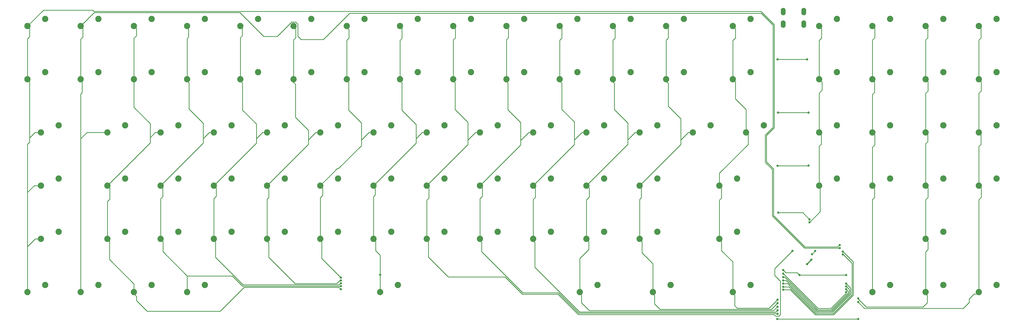
<source format=gtl>
%TF.GenerationSoftware,KiCad,Pcbnew,(5.1.9)-1*%
%TF.CreationDate,2021-04-11T04:13:23-04:00*%
%TF.ProjectId,Progenitor-Tenkey,50726f67-656e-4697-946f-722d54656e6b,rev?*%
%TF.SameCoordinates,Original*%
%TF.FileFunction,Copper,L1,Top*%
%TF.FilePolarity,Positive*%
%FSLAX46Y46*%
G04 Gerber Fmt 4.6, Leading zero omitted, Abs format (unit mm)*
G04 Created by KiCad (PCBNEW (5.1.9)-1) date 2021-04-11 04:13:23*
%MOMM*%
%LPD*%
G01*
G04 APERTURE LIST*
%TA.AperFunction,ComponentPad*%
%ADD10O,1.700000X2.700000*%
%TD*%
%TA.AperFunction,ComponentPad*%
%ADD11C,2.250000*%
%TD*%
%TA.AperFunction,ViaPad*%
%ADD12C,0.800000*%
%TD*%
%TA.AperFunction,Conductor*%
%ADD13C,0.254000*%
%TD*%
%TA.AperFunction,Conductor*%
%ADD14C,0.381000*%
%TD*%
G04 APERTURE END LIST*
D10*
%TO.P,USB1,6*%
%TO.N,GND*%
X356395000Y-232791000D03*
X363695000Y-232791000D03*
X363695000Y-237291000D03*
X356395000Y-237291000D03*
%TD*%
D11*
%TO.P,MX-RAL1,2*%
%TO.N,Net-(D58-Pad2)*%
X289877500Y-330676250D03*
%TO.P,MX-RAL1,1*%
%TO.N,COL11*%
X283527500Y-333216250D03*
%TD*%
%TO.P,MX-RCT1,2*%
%TO.N,Net-(D76-Pad2)*%
X344646250Y-330676250D03*
%TO.P,MX-RCT1,1*%
%TO.N,COL13*%
X338296250Y-333216250D03*
%TD*%
%TO.P,MX-F13,2*%
%TO.N,Net-(D30-Pad2)*%
X177958750Y-292576250D03*
%TO.P,MX-F13,1*%
%TO.N,COL05*%
X171608750Y-295116250D03*
%TD*%
%TO.P,MX-Z1,2*%
%TO.N,Net-(D20-Pad2)*%
X120808750Y-311626250D03*
%TO.P,MX-Z1,1*%
%TO.N,COL02*%
X114458750Y-314166250D03*
%TD*%
%TO.P,MX-Y1,2*%
%TO.N,Net-(D34-Pad2)*%
X216058750Y-273526250D03*
%TO.P,MX-Y1,1*%
%TO.N,COL06*%
X209708750Y-276066250D03*
%TD*%
%TO.P,MX-X1,2*%
%TO.N,Net-(D26-Pad2)*%
X139858750Y-311626250D03*
%TO.P,MX-X1,1*%
%TO.N,COL03*%
X133508750Y-314166250D03*
%TD*%
%TO.P,MX-WIN1,2*%
%TO.N,Net-(D15-Pad2)*%
X130333750Y-330676250D03*
%TO.P,MX-WIN1,1*%
%TO.N,COL02*%
X123983750Y-333216250D03*
%TD*%
%TO.P,MX-W1,2*%
%TO.N,Net-(D13-Pad2)*%
X139858750Y-273526250D03*
%TO.P,MX-W1,1*%
%TO.N,COL02*%
X133508750Y-276066250D03*
%TD*%
%TO.P,MX-V1,2*%
%TO.N,Net-(D36-Pad2)*%
X177958750Y-311626250D03*
%TO.P,MX-V1,1*%
%TO.N,COL05*%
X171608750Y-314166250D03*
%TD*%
%TO.P,MX-UAR1,2*%
%TO.N,Net-(D90-Pad2)*%
X413702500Y-311626250D03*
%TO.P,MX-UAR1,1*%
%TO.N,COL16*%
X407352500Y-314166250D03*
%TD*%
%TO.P,MX-U1,2*%
%TO.N,Net-(D39-Pad2)*%
X235108750Y-273526250D03*
%TO.P,MX-U1,1*%
%TO.N,COL07*%
X228758750Y-276066250D03*
%TD*%
%TO.P,MX-TIL1,2*%
%TO.N,Net-(D2-Pad2)*%
X92233750Y-254476250D03*
%TO.P,MX-TIL1,1*%
%TO.N,COL00*%
X85883750Y-257016250D03*
%TD*%
%TO.P,MX-TAB1,2*%
%TO.N,Net-(D3-Pad2)*%
X96996250Y-273526250D03*
%TO.P,MX-TAB1,1*%
%TO.N,COL00*%
X90646250Y-276066250D03*
%TD*%
%TO.P,MX-T1,2*%
%TO.N,Net-(D29-Pad2)*%
X197008750Y-273526250D03*
%TO.P,MX-T1,1*%
%TO.N,COL05*%
X190658750Y-276066250D03*
%TD*%
%TO.P,MX-SPA1,2*%
%TO.N,Net-(D42-Pad2)*%
X218440000Y-330676250D03*
%TO.P,MX-SPA1,1*%
%TO.N,COL07*%
X212090000Y-333216250D03*
%TD*%
%TO.P,MX-S1,2*%
%TO.N,Net-(D19-Pad2)*%
X139858750Y-292576250D03*
%TO.P,MX-S1,1*%
%TO.N,COL03*%
X133508750Y-295116250D03*
%TD*%
%TO.P,MX-RSH1,2*%
%TO.N,Net-(D75-Pad2)*%
X339883750Y-311626250D03*
%TO.P,MX-RSH1,1*%
%TO.N,COL13*%
X333533750Y-314166250D03*
%TD*%
%TO.P,MX-RBR1,2*%
%TO.N,Net-(D67-Pad2)*%
X330358750Y-273526250D03*
%TO.P,MX-RBR1,1*%
%TO.N,COL12*%
X324008750Y-276066250D03*
%TD*%
%TO.P,MX-RAR1,2*%
%TO.N,Net-(D96-Pad2)*%
X432752500Y-330676250D03*
%TO.P,MX-RAR1,1*%
%TO.N,COL17*%
X426402500Y-333216250D03*
%TD*%
%TO.P,MX-R1,2*%
%TO.N,Net-(D24-Pad2)*%
X177958750Y-273526250D03*
%TO.P,MX-R1,1*%
%TO.N,COL04*%
X171608750Y-276066250D03*
%TD*%
%TO.P,MX-QUO1,2*%
%TO.N,Net-(D68-Pad2)*%
X311308750Y-292576250D03*
%TO.P,MX-QUO1,1*%
%TO.N,COL12*%
X304958750Y-295116250D03*
%TD*%
%TO.P,MX-QUE1,2*%
%TO.N,Net-(D69-Pad2)*%
X292258750Y-311626250D03*
%TO.P,MX-QUE1,1*%
%TO.N,COL11*%
X285908750Y-314166250D03*
%TD*%
%TO.P,MX-Q1,2*%
%TO.N,Net-(D9-Pad2)*%
X120808750Y-273526250D03*
%TO.P,MX-Q1,1*%
%TO.N,COL01*%
X114458750Y-276066250D03*
%TD*%
%TO.P,MX-PRT1,2*%
%TO.N,Net-(D64-Pad2)*%
X316071250Y-330676250D03*
%TO.P,MX-PRT1,1*%
%TO.N,COL12*%
X309721250Y-333216250D03*
%TD*%
%TO.P,MX-PLU1,2*%
%TO.N,Net-(D66-Pad2)*%
X320833750Y-254476250D03*
%TO.P,MX-PLU1,1*%
%TO.N,COL12*%
X314483750Y-257016250D03*
%TD*%
%TO.P,MX-P1,2*%
%TO.N,Net-(D55-Pad2)*%
X292258750Y-273526250D03*
%TO.P,MX-P1,1*%
%TO.N,COL10*%
X285908750Y-276066250D03*
%TD*%
%TO.P,MX-O1,2*%
%TO.N,Net-(D50-Pad2)*%
X273208750Y-273526250D03*
%TO.P,MX-O1,1*%
%TO.N,COL09*%
X266858750Y-276066250D03*
%TD*%
%TO.P,MX-NUM1,2*%
%TO.N,Net-(D80-Pad2)*%
X375602500Y-292576250D03*
%TO.P,MX-NUM1,1*%
%TO.N,COL14*%
X369252500Y-295116250D03*
%TD*%
%TO.P,MX-NSL1,2*%
%TO.N,Net-(D92-Pad2)*%
X432752500Y-235426250D03*
%TO.P,MX-NSL1,1*%
%TO.N,COL17*%
X426402500Y-237966250D03*
%TD*%
%TO.P,MX-NPL1,2*%
%TO.N,Net-(D95-Pad2)*%
X432752500Y-292576250D03*
%TO.P,MX-NPL1,1*%
%TO.N,COL17*%
X426402500Y-295116250D03*
%TD*%
%TO.P,MX-NDE1,2*%
%TO.N,Net-(D89-Pad2)*%
X413702500Y-292576250D03*
%TO.P,MX-NDE1,1*%
%TO.N,COL16*%
X407352500Y-295116250D03*
%TD*%
%TO.P,MX-NDA1,2*%
%TO.N,Net-(D94-Pad2)*%
X432752500Y-273526250D03*
%TO.P,MX-NDA1,1*%
%TO.N,COL17*%
X426402500Y-276066250D03*
%TD*%
%TO.P,MX-NAS1,2*%
%TO.N,Net-(D93-Pad2)*%
X432752500Y-254476250D03*
%TO.P,MX-NAS1,1*%
%TO.N,COL17*%
X426402500Y-257016250D03*
%TD*%
%TO.P,MX-N10,2*%
%TO.N,Net-(D47-Pad2)*%
X216058750Y-311626250D03*
%TO.P,MX-N10,1*%
%TO.N,COL07*%
X209708750Y-314166250D03*
%TD*%
%TO.P,MX-N9,2*%
%TO.N,Net-(D86-Pad2)*%
X413702500Y-235426250D03*
%TO.P,MX-N9,1*%
%TO.N,COL16*%
X407352500Y-237966250D03*
%TD*%
%TO.P,MX-N8,2*%
%TO.N,Net-(D81-Pad2)*%
X394652500Y-235426250D03*
%TO.P,MX-N8,1*%
%TO.N,COL15*%
X388302500Y-237966250D03*
%TD*%
%TO.P,MX-N7,2*%
%TO.N,Net-(D77-Pad2)*%
X375602500Y-235426250D03*
%TO.P,MX-N7,1*%
%TO.N,COL14*%
X369252500Y-237966250D03*
%TD*%
%TO.P,MX-N6,2*%
%TO.N,Net-(D87-Pad2)*%
X413702500Y-254476250D03*
%TO.P,MX-N6,1*%
%TO.N,COL16*%
X407352500Y-257016250D03*
%TD*%
%TO.P,MX-N5,2*%
%TO.N,Net-(D82-Pad2)*%
X394652500Y-254476250D03*
%TO.P,MX-N5,1*%
%TO.N,COL15*%
X388302500Y-257016250D03*
%TD*%
%TO.P,MX-N4,2*%
%TO.N,Net-(D78-Pad2)*%
X375602500Y-254476250D03*
%TO.P,MX-N4,1*%
%TO.N,COL14*%
X369252500Y-257016250D03*
%TD*%
%TO.P,MX-N3,2*%
%TO.N,Net-(D88-Pad2)*%
X413702500Y-273526250D03*
%TO.P,MX-N3,1*%
%TO.N,COL16*%
X407352500Y-276066250D03*
%TD*%
%TO.P,MX-N2,2*%
%TO.N,Net-(D83-Pad2)*%
X394652500Y-273526250D03*
%TO.P,MX-N2,1*%
%TO.N,COL15*%
X388302500Y-276066250D03*
%TD*%
%TO.P,MX-N1,2*%
%TO.N,Net-(D79-Pad2)*%
X375602500Y-273526250D03*
%TO.P,MX-N1,1*%
%TO.N,COL14*%
X369252500Y-276066250D03*
%TD*%
%TO.P,MX-N0,2*%
%TO.N,Net-(D84-Pad2)*%
X394652500Y-292576250D03*
%TO.P,MX-N0,1*%
%TO.N,COL15*%
X388302500Y-295116250D03*
%TD*%
%TO.P,MX-M1,2*%
%TO.N,Net-(D52-Pad2)*%
X235108750Y-311626250D03*
%TO.P,MX-M1,1*%
%TO.N,COL08*%
X228758750Y-314166250D03*
%TD*%
%TO.P,MX-LSH1,2*%
%TO.N,Net-(D5-Pad2)*%
X96996250Y-311626250D03*
%TO.P,MX-LSH1,1*%
%TO.N,COL00*%
X90646250Y-314166250D03*
%TD*%
%TO.P,MX-LFN1,2*%
%TO.N,Net-(D10-Pad2)*%
X111283750Y-330676250D03*
%TO.P,MX-LFN1,1*%
%TO.N,COL01*%
X104933750Y-333216250D03*
%TD*%
%TO.P,MX-LES1,2*%
%TO.N,Net-(D57-Pad2)*%
X254158750Y-311626250D03*
%TO.P,MX-LES1,1*%
%TO.N,COL09*%
X247808750Y-314166250D03*
%TD*%
%TO.P,MX-LCT1,2*%
%TO.N,Net-(D6-Pad2)*%
X92233750Y-330676250D03*
%TO.P,MX-LCT1,1*%
%TO.N,COL00*%
X85883750Y-333216250D03*
%TD*%
%TO.P,MX-LBR1,2*%
%TO.N,Net-(D61-Pad2)*%
X311308750Y-273526250D03*
%TO.P,MX-LBR1,1*%
%TO.N,COL11*%
X304958750Y-276066250D03*
%TD*%
%TO.P,MX-LAR1,2*%
%TO.N,Net-(D85-Pad2)*%
X394652500Y-330676250D03*
%TO.P,MX-LAR1,1*%
%TO.N,COL15*%
X388302500Y-333216250D03*
%TD*%
%TO.P,MX-LAL1,2*%
%TO.N,Net-(D21-Pad2)*%
X149383750Y-330676250D03*
%TO.P,MX-LAL1,1*%
%TO.N,COL03*%
X143033750Y-333216250D03*
%TD*%
%TO.P,MX-L1,2*%
%TO.N,Net-(D56-Pad2)*%
X273208750Y-292576250D03*
%TO.P,MX-L1,1*%
%TO.N,COL10*%
X266858750Y-295116250D03*
%TD*%
%TO.P,MX-K1,2*%
%TO.N,Net-(D51-Pad2)*%
X254158750Y-292576250D03*
%TO.P,MX-K1,1*%
%TO.N,COL09*%
X247808750Y-295116250D03*
%TD*%
%TO.P,MX-J1,2*%
%TO.N,Net-(D46-Pad2)*%
X235108750Y-292576250D03*
%TO.P,MX-J1,1*%
%TO.N,COL08*%
X228758750Y-295116250D03*
%TD*%
%TO.P,MX-I1,2*%
%TO.N,Net-(D45-Pad2)*%
X254158750Y-273526250D03*
%TO.P,MX-I1,1*%
%TO.N,COL08*%
X247808750Y-276066250D03*
%TD*%
%TO.P,MX-H1,2*%
%TO.N,Net-(D40-Pad2)*%
X216058750Y-292576250D03*
%TO.P,MX-H1,1*%
%TO.N,COL07*%
X209708750Y-295116250D03*
%TD*%
%TO.P,MX-GRE1,2*%
%TO.N,Net-(D63-Pad2)*%
X273208750Y-311626250D03*
%TO.P,MX-GRE1,1*%
%TO.N,COL10*%
X266858750Y-314166250D03*
%TD*%
%TO.P,MX-G1,2*%
%TO.N,Net-(D35-Pad2)*%
X197008750Y-292576250D03*
%TO.P,MX-G1,1*%
%TO.N,COL06*%
X190658750Y-295116250D03*
%TD*%
%TO.P,MX-FSL1,2*%
%TO.N,Net-(D73-Pad2)*%
X349408750Y-273526250D03*
%TO.P,MX-FSL1,1*%
%TO.N,COL13*%
X343058750Y-276066250D03*
%TD*%
%TO.P,MX-F12,2*%
%TO.N,Net-(D65-Pad2)*%
X320833750Y-235426250D03*
%TO.P,MX-F12,1*%
%TO.N,COL12*%
X314483750Y-237966250D03*
%TD*%
%TO.P,MX-F11,2*%
%TO.N,Net-(D59-Pad2)*%
X301783750Y-235426250D03*
%TO.P,MX-F11,1*%
%TO.N,COL11*%
X295433750Y-237966250D03*
%TD*%
%TO.P,MX-F10,2*%
%TO.N,Net-(D53-Pad2)*%
X282733750Y-235426250D03*
%TO.P,MX-F10,1*%
%TO.N,COL10*%
X276383750Y-237966250D03*
%TD*%
%TO.P,MX-F9,2*%
%TO.N,Net-(D48-Pad2)*%
X263683750Y-235426250D03*
%TO.P,MX-F9,1*%
%TO.N,COL09*%
X257333750Y-237966250D03*
%TD*%
%TO.P,MX-F8,2*%
%TO.N,Net-(D43-Pad2)*%
X244633750Y-235426250D03*
%TO.P,MX-F8,1*%
%TO.N,COL08*%
X238283750Y-237966250D03*
%TD*%
%TO.P,MX-F7,2*%
%TO.N,Net-(D37-Pad2)*%
X225583750Y-235426250D03*
%TO.P,MX-F7,1*%
%TO.N,COL07*%
X219233750Y-237966250D03*
%TD*%
%TO.P,MX-F6,2*%
%TO.N,Net-(D32-Pad2)*%
X206533750Y-235426250D03*
%TO.P,MX-F6,1*%
%TO.N,COL06*%
X200183750Y-237966250D03*
%TD*%
%TO.P,MX-F5,2*%
%TO.N,Net-(D27-Pad2)*%
X187483750Y-235426250D03*
%TO.P,MX-F5,1*%
%TO.N,COL05*%
X181133750Y-237966250D03*
%TD*%
%TO.P,MX-F4,2*%
%TO.N,Net-(D22-Pad2)*%
X168433750Y-235426250D03*
%TO.P,MX-F4,1*%
%TO.N,COL04*%
X162083750Y-237966250D03*
%TD*%
%TO.P,MX-F3,2*%
%TO.N,Net-(D16-Pad2)*%
X149383750Y-235426250D03*
%TO.P,MX-F3,1*%
%TO.N,COL03*%
X143033750Y-237966250D03*
%TD*%
%TO.P,MX-F2,2*%
%TO.N,Net-(D11-Pad2)*%
X130333750Y-235426250D03*
%TO.P,MX-F2,1*%
%TO.N,COL02*%
X123983750Y-237966250D03*
%TD*%
%TO.P,MX-F1,2*%
%TO.N,Net-(D7-Pad2)*%
X111283750Y-235426250D03*
%TO.P,MX-F1,1*%
%TO.N,COL01*%
X104933750Y-237966250D03*
%TD*%
%TO.P,MX-ESC1,2*%
%TO.N,Net-(D1-Pad2)*%
X92233750Y-235426250D03*
%TO.P,MX-ESC1,1*%
%TO.N,COL00*%
X85883750Y-237966250D03*
%TD*%
%TO.P,MX-ENT1,2*%
%TO.N,Net-(D74-Pad2)*%
X339883750Y-292576250D03*
%TO.P,MX-ENT1,1*%
%TO.N,COL13*%
X333533750Y-295116250D03*
%TD*%
%TO.P,MX-E1,2*%
%TO.N,Net-(D18-Pad2)*%
X158908750Y-273526250D03*
%TO.P,MX-E1,1*%
%TO.N,COL03*%
X152558750Y-276066250D03*
%TD*%
%TO.P,MX-DEL1,2*%
%TO.N,Net-(D71-Pad2)*%
X344646250Y-235426250D03*
%TO.P,MX-DEL1,1*%
%TO.N,COL13*%
X338296250Y-237966250D03*
%TD*%
%TO.P,MX-DAS1,2*%
%TO.N,Net-(D60-Pad2)*%
X301783750Y-254476250D03*
%TO.P,MX-DAS1,1*%
%TO.N,COL11*%
X295433750Y-257016250D03*
%TD*%
%TO.P,MX-DAR1,2*%
%TO.N,Net-(D91-Pad2)*%
X413702500Y-330676250D03*
%TO.P,MX-DAR1,1*%
%TO.N,COL16*%
X407352500Y-333216250D03*
%TD*%
%TO.P,MX-D1,2*%
%TO.N,Net-(D25-Pad2)*%
X158908750Y-292576250D03*
%TO.P,MX-D1,1*%
%TO.N,COL04*%
X152558750Y-295116250D03*
%TD*%
%TO.P,MX-CUR1,2*%
%TO.N,Net-(D70-Pad2)*%
X311308750Y-311626250D03*
%TO.P,MX-CUR1,1*%
%TO.N,COL12*%
X304958750Y-314166250D03*
%TD*%
%TO.P,MX-COL1,2*%
%TO.N,Net-(D62-Pad2)*%
X292258750Y-292576250D03*
%TO.P,MX-COL1,1*%
%TO.N,COL11*%
X285908750Y-295116250D03*
%TD*%
%TO.P,MX-CAP1,2*%
%TO.N,Net-(D4-Pad2)*%
X96996250Y-292576250D03*
%TO.P,MX-CAP1,1*%
%TO.N,COL00*%
X90646250Y-295116250D03*
%TD*%
%TO.P,MX-C1,2*%
%TO.N,Net-(D31-Pad2)*%
X158908750Y-311626250D03*
%TO.P,MX-C1,1*%
%TO.N,COL04*%
X152558750Y-314166250D03*
%TD*%
%TO.P,MX-BAC1,2*%
%TO.N,Net-(D72-Pad2)*%
X344646250Y-254476250D03*
%TO.P,MX-BAC1,1*%
%TO.N,COL13*%
X338296250Y-257016250D03*
%TD*%
%TO.P,MX-B1,2*%
%TO.N,Net-(D41-Pad2)*%
X197008750Y-311626250D03*
%TO.P,MX-B1,1*%
%TO.N,COL06*%
X190658750Y-314166250D03*
%TD*%
%TO.P,MX-A1,2*%
%TO.N,Net-(D14-Pad2)*%
X120808750Y-292576250D03*
%TO.P,MX-A1,1*%
%TO.N,COL02*%
X114458750Y-295116250D03*
%TD*%
%TO.P,MX-9,2*%
%TO.N,Net-(D49-Pad2)*%
X263683750Y-254476250D03*
%TO.P,MX-9,1*%
%TO.N,COL09*%
X257333750Y-257016250D03*
%TD*%
%TO.P,MX-8,2*%
%TO.N,Net-(D44-Pad2)*%
X244633750Y-254476250D03*
%TO.P,MX-8,1*%
%TO.N,COL08*%
X238283750Y-257016250D03*
%TD*%
%TO.P,MX-7,2*%
%TO.N,Net-(D38-Pad2)*%
X225583750Y-254476250D03*
%TO.P,MX-7,1*%
%TO.N,COL07*%
X219233750Y-257016250D03*
%TD*%
%TO.P,MX-6,2*%
%TO.N,Net-(D33-Pad2)*%
X206533750Y-254476250D03*
%TO.P,MX-6,1*%
%TO.N,COL06*%
X200183750Y-257016250D03*
%TD*%
%TO.P,MX-5,2*%
%TO.N,Net-(D28-Pad2)*%
X187483750Y-254476250D03*
%TO.P,MX-5,1*%
%TO.N,COL05*%
X181133750Y-257016250D03*
%TD*%
%TO.P,MX-4,2*%
%TO.N,Net-(D23-Pad2)*%
X168433750Y-254476250D03*
%TO.P,MX-4,1*%
%TO.N,COL04*%
X162083750Y-257016250D03*
%TD*%
%TO.P,MX-3,2*%
%TO.N,Net-(D17-Pad2)*%
X149383750Y-254476250D03*
%TO.P,MX-3,1*%
%TO.N,COL03*%
X143033750Y-257016250D03*
%TD*%
%TO.P,MX-2,2*%
%TO.N,Net-(D12-Pad2)*%
X130333750Y-254476250D03*
%TO.P,MX-2,1*%
%TO.N,COL02*%
X123983750Y-257016250D03*
%TD*%
%TO.P,MX-1,2*%
%TO.N,Net-(D8-Pad2)*%
X111283750Y-254476250D03*
%TO.P,MX-1,1*%
%TO.N,COL01*%
X104933750Y-257016250D03*
%TD*%
%TO.P,MX-0,2*%
%TO.N,Net-(D54-Pad2)*%
X282733750Y-254476250D03*
%TO.P,MX-0,1*%
%TO.N,COL10*%
X276383750Y-257016250D03*
%TD*%
D12*
%TO.N,GND*%
X366649000Y-319659000D03*
X367792000Y-318516000D03*
X364871000Y-323215000D03*
X366395000Y-321622288D03*
%TO.N,ROW00*%
X354330000Y-249936000D03*
X364871000Y-249936000D03*
%TO.N,ROW01*%
X354457000Y-268986000D03*
X365379000Y-268986000D03*
%TO.N,ROW02*%
X354330000Y-288036000D03*
X365379000Y-287909000D03*
%TO.N,ROW03*%
X354584000Y-304800000D03*
X365760000Y-307213000D03*
%TO.N,ROW04*%
X362204000Y-327152000D03*
X356362000Y-325374000D03*
X378841000Y-327152000D03*
%TO.N,ROW05*%
X354203000Y-342900000D03*
X383159000Y-342900000D03*
%TO.N,COL10*%
X354330000Y-339725000D03*
%TO.N,COL01*%
X376555000Y-317500000D03*
%TO.N,COL02*%
X197993000Y-332232000D03*
X356362000Y-332359000D03*
X377698000Y-318770000D03*
%TO.N,COL03*%
X197993000Y-331089000D03*
X356362000Y-331343000D03*
X377698000Y-319786000D03*
%TO.N,COL04*%
X356362000Y-330200000D03*
X378841000Y-330200000D03*
X197993000Y-330073000D03*
%TO.N,COL05*%
X197993000Y-329057000D03*
X378841000Y-331216000D03*
X356362000Y-329057000D03*
%TO.N,COL06*%
X197993000Y-328041000D03*
X378841000Y-332232000D03*
X356362000Y-327914000D03*
%TO.N,COL07*%
X212090000Y-327025000D03*
X378841000Y-333248000D03*
X356362000Y-326644000D03*
%TO.N,COL08*%
X359664000Y-318516000D03*
%TO.N,COL09*%
X354330000Y-340995000D03*
%TO.N,COL13*%
X354330000Y-335915000D03*
%TO.N,COL00*%
X376555000Y-316357000D03*
%TO.N,COL11*%
X354330000Y-338455000D03*
%TO.N,COL12*%
X354330000Y-337185000D03*
%TO.N,COL16*%
X383159000Y-335534000D03*
%TO.N,COL14*%
X365760000Y-308229000D03*
%TO.N,COL17*%
X383159000Y-336804000D03*
%TD*%
D13*
%TO.N,GND*%
X366649000Y-319659000D02*
X367792000Y-318516000D01*
D14*
X364871000Y-323146288D02*
X366395000Y-321622288D01*
X364871000Y-323215000D02*
X364871000Y-323146288D01*
D13*
%TO.N,ROW00*%
X354330000Y-249936000D02*
X364871000Y-249936000D01*
%TO.N,ROW01*%
X354457000Y-268986000D02*
X365379000Y-268986000D01*
%TO.N,ROW02*%
X365252000Y-288036000D02*
X365379000Y-287909000D01*
X354330000Y-288036000D02*
X365252000Y-288036000D01*
%TO.N,ROW03*%
X363347000Y-304800000D02*
X365760000Y-307213000D01*
X354584000Y-304800000D02*
X363347000Y-304800000D01*
%TO.N,ROW04*%
X361315000Y-326263000D02*
X362204000Y-327152000D01*
X356362000Y-325374000D02*
X357251000Y-326263000D01*
X357251000Y-326263000D02*
X361315000Y-326263000D01*
X378333000Y-327152000D02*
X362204000Y-327152000D01*
X378333000Y-327152000D02*
X378841000Y-327152000D01*
%TO.N,ROW05*%
X378206000Y-342900000D02*
X383159000Y-342900000D01*
X354203000Y-342900000D02*
X378206000Y-342900000D01*
X378206000Y-342900000D02*
X378460000Y-342900000D01*
%TO.N,COL10*%
X266858750Y-314166250D02*
X266858750Y-300069250D01*
X266858750Y-300069250D02*
X267589000Y-299339000D01*
X267589000Y-295846500D02*
X266858750Y-295116250D01*
X267589000Y-299339000D02*
X267589000Y-295846500D01*
X266858750Y-295116250D02*
X281559000Y-280416000D01*
X284317760Y-276066250D02*
X285908750Y-276066250D01*
X281559000Y-278825010D02*
X284317760Y-276066250D01*
X276383750Y-257016250D02*
X276383750Y-257587750D01*
X276383750Y-257587750D02*
X277114000Y-258318000D01*
X277114000Y-258318000D02*
X277114000Y-267843000D01*
X281559000Y-272288000D02*
X281559000Y-279146000D01*
X277114000Y-267843000D02*
X281559000Y-272288000D01*
X281559000Y-279146000D02*
X281559000Y-278825010D01*
X281559000Y-280416000D02*
X281559000Y-279146000D01*
X276383750Y-257016250D02*
X276383750Y-243046250D01*
X276383750Y-243046250D02*
X277114000Y-242316000D01*
X277114000Y-238696500D02*
X276383750Y-237966250D01*
X277114000Y-242316000D02*
X277114000Y-238696500D01*
X266858750Y-314166250D02*
X266858750Y-314737750D01*
X266858750Y-314737750D02*
X267462000Y-315341000D01*
X267462000Y-315341000D02*
X267462000Y-324358000D01*
X353856970Y-340325030D02*
X354330000Y-339852000D01*
X283429030Y-340325030D02*
X353856970Y-340325030D01*
X267462000Y-324358000D02*
X283429030Y-340325030D01*
%TO.N,COL01*%
X104933750Y-262350250D02*
X105410000Y-261874000D01*
X105410000Y-257492500D02*
X104933750Y-257016250D01*
X105410000Y-261874000D02*
X105410000Y-257492500D01*
X104933750Y-257016250D02*
X104933750Y-242665250D01*
X104933750Y-242665250D02*
X105664000Y-241935000D01*
X105664000Y-238696500D02*
X104933750Y-237966250D01*
X105664000Y-241935000D02*
X105664000Y-238696500D01*
X107156250Y-276066250D02*
X104933750Y-278288750D01*
X114458750Y-276066250D02*
X107156250Y-276066250D01*
X104933750Y-278288750D02*
X104933750Y-262350250D01*
X104933750Y-333216250D02*
X104933750Y-278288750D01*
X352425000Y-289306000D02*
X352425000Y-305943000D01*
X363982000Y-317500000D02*
X376555000Y-317500000D01*
X352425000Y-305943000D02*
X363982000Y-317500000D01*
X349885000Y-286766000D02*
X350266000Y-287147000D01*
X352679000Y-274193000D02*
X349885000Y-276987000D01*
X352679000Y-237617000D02*
X352679000Y-274193000D01*
X348488000Y-233426000D02*
X352679000Y-237617000D01*
X201168000Y-233426000D02*
X348488000Y-233426000D01*
X350139000Y-287020000D02*
X350266000Y-287147000D01*
X350266000Y-287147000D02*
X352425000Y-289306000D01*
X182585751Y-237269289D02*
X182585751Y-241583185D01*
X104933750Y-237966250D02*
X109728000Y-233172000D01*
X109728000Y-233172000D02*
X161860538Y-233172000D01*
X161860538Y-233172000D02*
X170396789Y-241708251D01*
X170396789Y-241708251D02*
X175242787Y-241708251D01*
X349885000Y-276987000D02*
X349885000Y-286766000D01*
X181830711Y-236514249D02*
X182585751Y-237269289D01*
X180436789Y-236514249D02*
X181830711Y-236514249D01*
X183829717Y-242827151D02*
X191766849Y-242827151D01*
X182585751Y-241583185D02*
X183829717Y-242827151D01*
X175242787Y-241708251D02*
X180436789Y-236514249D01*
X191766849Y-242827151D02*
X201168000Y-233426000D01*
%TO.N,COL02*%
X123983750Y-333216250D02*
X123983750Y-330358750D01*
X123983750Y-330358750D02*
X115189000Y-321564000D01*
X115189000Y-314896500D02*
X114458750Y-314166250D01*
X115189000Y-321564000D02*
X115189000Y-314896500D01*
X114458750Y-314166250D02*
X114458750Y-300831250D01*
X114458750Y-300831250D02*
X115316000Y-299974000D01*
X115316000Y-295973500D02*
X114458750Y-295116250D01*
X115316000Y-299974000D02*
X115316000Y-295973500D01*
X129766749Y-279808251D02*
X129766749Y-277903251D01*
X114458750Y-295116250D02*
X129766749Y-279808251D01*
X131603750Y-276066250D02*
X133508750Y-276066250D01*
X129766749Y-277903251D02*
X131603750Y-276066250D01*
X129766749Y-272895749D02*
X129766749Y-277903251D01*
X123983750Y-267112750D02*
X129766749Y-272895749D01*
X123983750Y-257016250D02*
X123983750Y-267112750D01*
X123983750Y-257016250D02*
X123983750Y-242284250D01*
X123983750Y-242284250D02*
X124841000Y-241427000D01*
X124841000Y-238823500D02*
X123983750Y-237966250D01*
X124841000Y-241427000D02*
X124841000Y-238823500D01*
X123983750Y-333216250D02*
X123983750Y-333914750D01*
X123983750Y-333914750D02*
X124841000Y-334772000D01*
X124841000Y-336238434D02*
X128708566Y-340106000D01*
X124841000Y-334772000D02*
X124841000Y-336238434D01*
X154813000Y-340106000D02*
X163375990Y-331543010D01*
X128708566Y-340106000D02*
X154813000Y-340106000D01*
X197304010Y-331543010D02*
X197993000Y-332232000D01*
X163375990Y-331543010D02*
X197304010Y-331543010D01*
X356362000Y-332359000D02*
X358866670Y-332359000D01*
X381419040Y-334314190D02*
X381419040Y-322737973D01*
X374373180Y-341360049D02*
X381419040Y-334314190D01*
X367867719Y-341360050D02*
X374373180Y-341360049D01*
X358866670Y-332359000D02*
X367867719Y-341360050D01*
X377757962Y-318770000D02*
X377698000Y-318770000D01*
X381419040Y-322431078D02*
X377757962Y-318770000D01*
X381419040Y-322737973D02*
X381419040Y-322431078D01*
%TO.N,COL03*%
X143033750Y-333216250D02*
X143033750Y-327437750D01*
X143033750Y-327437750D02*
X134366000Y-318770000D01*
X134366000Y-315023500D02*
X133508750Y-314166250D01*
X134366000Y-318770000D02*
X134366000Y-315023500D01*
X133508750Y-314166250D02*
X133508750Y-299815250D01*
X133508750Y-299815250D02*
X134239000Y-299085000D01*
X134239000Y-295846500D02*
X133508750Y-295116250D01*
X134239000Y-299085000D02*
X134239000Y-295846500D01*
X133508750Y-295116250D02*
X148717000Y-279908000D01*
X150967760Y-276066250D02*
X152558750Y-276066250D01*
X148717000Y-278317010D02*
X150967760Y-276066250D01*
X148717000Y-279908000D02*
X148717000Y-278317010D01*
X143033750Y-257016250D02*
X143033750Y-257714750D01*
X143033750Y-257714750D02*
X143637000Y-258318000D01*
X143637000Y-258318000D02*
X143637000Y-267716000D01*
X148717000Y-272796000D02*
X148717000Y-278317010D01*
X143637000Y-267716000D02*
X148717000Y-272796000D01*
X143033750Y-257016250D02*
X143033750Y-242411250D01*
X143033750Y-242411250D02*
X143510000Y-241935000D01*
X143510000Y-238442500D02*
X143033750Y-237966250D01*
X143510000Y-241935000D02*
X143510000Y-238442500D01*
X162806934Y-331089000D02*
X197993000Y-331089000D01*
X159155684Y-327437750D02*
X162806934Y-331089000D01*
X143033750Y-327437750D02*
X159155684Y-327437750D01*
X356362000Y-331343000D02*
X358492736Y-331343000D01*
X368055776Y-340906040D02*
X368084040Y-340906040D01*
X358492736Y-331343000D02*
X368055776Y-340906040D01*
X368084040Y-340906040D02*
X374185121Y-340906040D01*
X380965030Y-334126133D02*
X380965030Y-323180030D01*
X374185123Y-340906040D02*
X380965030Y-334126133D01*
X374185121Y-340906040D02*
X374185123Y-340906040D01*
X380965030Y-323180030D02*
X380965030Y-322926030D01*
X377825000Y-319786000D02*
X377698000Y-319786000D01*
X380965030Y-322926030D02*
X377825000Y-319786000D01*
%TO.N,COL04*%
X152558750Y-314166250D02*
X152558750Y-299815250D01*
X152558750Y-299815250D02*
X153416000Y-298958000D01*
X153416000Y-295973500D02*
X152558750Y-295116250D01*
X153416000Y-298958000D02*
X153416000Y-295973500D01*
X167767000Y-278317010D02*
X170017760Y-276066250D01*
X167767000Y-279908000D02*
X167767000Y-278317010D01*
X170017760Y-276066250D02*
X171608750Y-276066250D01*
X152558750Y-295116250D02*
X167767000Y-279908000D01*
X162083750Y-257016250D02*
X162083750Y-257587750D01*
X162083750Y-257587750D02*
X162814000Y-258318000D01*
X162814000Y-258318000D02*
X162814000Y-268097000D01*
X167767000Y-273050000D02*
X167767000Y-278317010D01*
X162814000Y-268097000D02*
X167767000Y-273050000D01*
X162083750Y-257016250D02*
X162083750Y-242157250D01*
X162083750Y-242157250D02*
X162687000Y-241554000D01*
X162687000Y-238569500D02*
X162083750Y-237966250D01*
X162687000Y-241554000D02*
X162687000Y-238569500D01*
X368392030Y-340452030D02*
X373997066Y-340452030D01*
X356362000Y-330200000D02*
X357991802Y-330200000D01*
X357991802Y-330200000D02*
X368243832Y-340452030D01*
X368243832Y-340452030D02*
X368392030Y-340452030D01*
X373997066Y-340452030D02*
X374263019Y-340186076D01*
X374263019Y-340186076D02*
X380511020Y-333938076D01*
X380511020Y-333938076D02*
X380511020Y-331810058D01*
X380511020Y-331810058D02*
X378900962Y-330200000D01*
X378900962Y-330200000D02*
X378841000Y-330200000D01*
X197933038Y-330073000D02*
X197993000Y-330073000D01*
X197371048Y-330634990D02*
X197933038Y-330073000D01*
X162994990Y-330634990D02*
X197371048Y-330634990D01*
X153162000Y-320802000D02*
X162994990Y-330634990D01*
X153162000Y-315214000D02*
X153162000Y-320802000D01*
X152558750Y-314610750D02*
X153162000Y-315214000D01*
X152558750Y-314166250D02*
X152558750Y-314610750D01*
%TO.N,COL05*%
X171608750Y-314166250D02*
X171608750Y-299942250D01*
X171608750Y-299942250D02*
X172212000Y-299339000D01*
X172212000Y-295719500D02*
X171608750Y-295116250D01*
X172212000Y-299339000D02*
X172212000Y-295719500D01*
X171608750Y-295116250D02*
X186436000Y-280289000D01*
X186436000Y-278698010D02*
X189067760Y-276066250D01*
X189067760Y-276066250D02*
X190658750Y-276066250D01*
X186436000Y-275336000D02*
X186436000Y-278892000D01*
X181737000Y-270637000D02*
X186436000Y-275336000D01*
X181737000Y-258826000D02*
X181737000Y-270637000D01*
X181133750Y-258222750D02*
X181737000Y-258826000D01*
X181133750Y-257016250D02*
X181133750Y-258222750D01*
X186436000Y-278892000D02*
X186436000Y-278698010D01*
X186436000Y-280289000D02*
X186436000Y-278892000D01*
X181133750Y-257016250D02*
X181133750Y-242919250D01*
X181133750Y-242919250D02*
X181864000Y-242189000D01*
X181864000Y-238696500D02*
X181133750Y-237966250D01*
X181864000Y-242189000D02*
X181864000Y-238696500D01*
X380057010Y-333750019D02*
X380057010Y-332305010D01*
X373809009Y-339998020D02*
X380057010Y-333750019D01*
X378968000Y-331216000D02*
X378841000Y-331216000D01*
X380057010Y-332305010D02*
X378968000Y-331216000D01*
X356362000Y-329057000D02*
X357490868Y-329057000D01*
X368431888Y-339998020D02*
X368573020Y-339998020D01*
X357490868Y-329057000D02*
X368431888Y-339998020D01*
X368573020Y-339998020D02*
X373809009Y-339998020D01*
X197604934Y-329057000D02*
X197993000Y-329057000D01*
X181590980Y-330180980D02*
X196480954Y-330180980D01*
X196480954Y-330180980D02*
X196909967Y-329751967D01*
X172212000Y-320802000D02*
X181590980Y-330180980D01*
X172212000Y-315595000D02*
X172212000Y-320802000D01*
X171608750Y-314991750D02*
X172212000Y-315595000D01*
X171608750Y-314166250D02*
X171608750Y-314991750D01*
X196909967Y-329751967D02*
X197604934Y-329057000D01*
X196753945Y-329907989D02*
X196909967Y-329751967D01*
%TO.N,COL06*%
X190658750Y-314166250D02*
X190658750Y-299434250D01*
X190658750Y-299434250D02*
X191516000Y-298577000D01*
X191516000Y-295973500D02*
X190658750Y-295116250D01*
X191516000Y-298577000D02*
X191516000Y-295973500D01*
X196789651Y-288985349D02*
X197170651Y-288985349D01*
X190658750Y-295116250D02*
X196789651Y-288985349D01*
X197170651Y-288985349D02*
X205359000Y-280797000D01*
X208117760Y-276066250D02*
X209708750Y-276066250D01*
X205359000Y-278825010D02*
X208117760Y-276066250D01*
X200183750Y-257016250D02*
X200183750Y-257460750D01*
X200183750Y-257460750D02*
X200787000Y-258064000D01*
X200787000Y-258064000D02*
X200787000Y-268097000D01*
X205359000Y-272669000D02*
X205359000Y-279019000D01*
X200787000Y-268097000D02*
X205359000Y-272669000D01*
X205359000Y-279019000D02*
X205359000Y-278825010D01*
X205359000Y-280797000D02*
X205359000Y-279019000D01*
X200183750Y-237966250D02*
X200183750Y-238537750D01*
X200183750Y-238537750D02*
X200914000Y-239268000D01*
X200183750Y-257016250D02*
X200183750Y-243046250D01*
X200914000Y-242316000D02*
X200914000Y-239268000D01*
X200183750Y-243046250D02*
X200914000Y-242316000D01*
X190658750Y-314166250D02*
X190658750Y-314483750D01*
X190658750Y-314483750D02*
X191135000Y-314960000D01*
X191135000Y-321183000D02*
X197993000Y-328041000D01*
X191135000Y-314960000D02*
X191135000Y-321183000D01*
X373620952Y-339544010D02*
X379603000Y-333561962D01*
X378900962Y-332232000D02*
X378841000Y-332232000D01*
X379603000Y-332934038D02*
X378900962Y-332232000D01*
X379603000Y-333561962D02*
X379603000Y-332934038D01*
X356362000Y-327914000D02*
X356989934Y-327914000D01*
X368619944Y-339544010D02*
X368734990Y-339544010D01*
X356989934Y-327914000D02*
X368619944Y-339544010D01*
X368734990Y-339544010D02*
X373620952Y-339544010D01*
%TO.N,COL07*%
X212090000Y-320040000D02*
X210439000Y-318389000D01*
X210439000Y-314896500D02*
X209708750Y-314166250D01*
X210439000Y-318389000D02*
X210439000Y-314896500D01*
X209708750Y-314166250D02*
X209708750Y-299053250D01*
X209708750Y-299053250D02*
X210312000Y-298450000D01*
X210312000Y-295719500D02*
X209708750Y-295116250D01*
X210312000Y-298450000D02*
X210312000Y-295719500D01*
X209708750Y-295116250D02*
X224917000Y-279908000D01*
X227167760Y-276066250D02*
X228758750Y-276066250D01*
X224917000Y-278317010D02*
X227167760Y-276066250D01*
X219233750Y-257016250D02*
X219233750Y-257587750D01*
X219233750Y-257587750D02*
X219837000Y-258191000D01*
X219837000Y-258191000D02*
X219837000Y-268097000D01*
X224917000Y-273177000D02*
X224917000Y-278511000D01*
X219837000Y-268097000D02*
X224917000Y-273177000D01*
X224917000Y-278511000D02*
X224917000Y-278317010D01*
X224917000Y-279908000D02*
X224917000Y-278511000D01*
X219233750Y-257016250D02*
X219233750Y-243046250D01*
X219233750Y-243046250D02*
X219837000Y-242443000D01*
X219837000Y-238569500D02*
X219233750Y-237966250D01*
X219837000Y-242443000D02*
X219837000Y-238569500D01*
X212090000Y-333216250D02*
X212090000Y-327025000D01*
X212090000Y-327025000D02*
X212090000Y-320040000D01*
X378841000Y-333248000D02*
X378841000Y-333681896D01*
X378841000Y-333681896D02*
X373432896Y-339090000D01*
X373432896Y-339090000D02*
X372872000Y-339090000D01*
X368808000Y-339090000D02*
X368935000Y-339090000D01*
X368935000Y-339090000D02*
X372999000Y-339090000D01*
X356362000Y-326644000D02*
X368808000Y-339090000D01*
%TO.N,COL08*%
X228758750Y-314166250D02*
X228758750Y-300323250D01*
X228758750Y-300323250D02*
X229489000Y-299593000D01*
X229489000Y-295846500D02*
X228758750Y-295116250D01*
X229489000Y-299593000D02*
X229489000Y-295846500D01*
X228758750Y-295116250D02*
X243459000Y-280416000D01*
X246217760Y-276066250D02*
X247808750Y-276066250D01*
X243459000Y-278825010D02*
X246217760Y-276066250D01*
X238283750Y-257016250D02*
X238283750Y-257587750D01*
X238283750Y-257587750D02*
X238887000Y-258191000D01*
X238887000Y-258191000D02*
X238887000Y-267843000D01*
X243459000Y-272415000D02*
X243459000Y-279146000D01*
X238887000Y-267843000D02*
X243459000Y-272415000D01*
X243459000Y-279146000D02*
X243459000Y-278825010D01*
X243459000Y-280416000D02*
X243459000Y-279146000D01*
X238283750Y-257016250D02*
X238283750Y-242919250D01*
X238283750Y-242919250D02*
X239014000Y-242189000D01*
X239014000Y-238696500D02*
X238283750Y-237966250D01*
X239014000Y-242189000D02*
X239014000Y-238696500D01*
X228758750Y-314166250D02*
X228758750Y-314483750D01*
X228758750Y-314483750D02*
X229362000Y-315087000D01*
X229362000Y-315087000D02*
X229362000Y-320294000D01*
X229362000Y-320294000D02*
X229362000Y-320675000D01*
X236474000Y-327787000D02*
X256786934Y-327787000D01*
X229362000Y-320675000D02*
X236474000Y-327787000D01*
X256786934Y-327787000D02*
X262955943Y-333956010D01*
X262955943Y-333956010D02*
X275775878Y-333956010D01*
X275775878Y-333956010D02*
X283052917Y-341233049D01*
X283052917Y-341233049D02*
X283059983Y-341233050D01*
X353044050Y-341233050D02*
X353695000Y-341884000D01*
X283059983Y-341233050D02*
X353044050Y-341233050D01*
X353695000Y-341884000D02*
X354711000Y-341884000D01*
X354711000Y-341884000D02*
X355346000Y-341249000D01*
X355346000Y-341249000D02*
X355346000Y-329311000D01*
X355346000Y-329311000D02*
X353314000Y-327279000D01*
X353314000Y-327279000D02*
X353314000Y-324866000D01*
X353314000Y-324866000D02*
X359664000Y-318516000D01*
%TO.N,COL09*%
X247808750Y-314166250D02*
X247808750Y-299815250D01*
X247808750Y-299815250D02*
X248666000Y-298958000D01*
X248666000Y-295973500D02*
X247808750Y-295116250D01*
X248666000Y-298958000D02*
X248666000Y-295973500D01*
X247808750Y-295116250D02*
X262382000Y-280543000D01*
X265267760Y-276066250D02*
X266858750Y-276066250D01*
X262382000Y-278952010D02*
X265267760Y-276066250D01*
X257333750Y-257016250D02*
X257333750Y-257841750D01*
X257333750Y-257841750D02*
X257810000Y-258318000D01*
X257810000Y-258318000D02*
X257810000Y-267970000D01*
X257810000Y-267970000D02*
X262382000Y-272542000D01*
X262382000Y-279400000D02*
X262382000Y-278952010D01*
X262382000Y-272542000D02*
X262382000Y-279400000D01*
X262382000Y-280543000D02*
X262382000Y-279400000D01*
X257333750Y-257016250D02*
X257333750Y-242792250D01*
X257333750Y-242792250D02*
X257937000Y-242189000D01*
X257937000Y-238569500D02*
X257333750Y-237966250D01*
X257937000Y-242189000D02*
X257937000Y-238569500D01*
X353764315Y-340995000D02*
X353548355Y-340779040D01*
X354330000Y-340995000D02*
X353764315Y-340995000D01*
X283240974Y-340779040D02*
X283248040Y-340779040D01*
X275963934Y-333502000D02*
X283240974Y-340779040D01*
X248412000Y-318770000D02*
X263144000Y-333502000D01*
X247808750Y-314166250D02*
X247808750Y-314737750D01*
X247808750Y-314737750D02*
X248412000Y-315341000D01*
X263144000Y-333502000D02*
X275963934Y-333502000D01*
X248412000Y-315341000D02*
X248412000Y-318770000D01*
X353548355Y-340779040D02*
X283248040Y-340779040D01*
%TO.N,COL13*%
X338296250Y-333216250D02*
X338296250Y-322421250D01*
X338296250Y-322421250D02*
X334264000Y-318389000D01*
X334264000Y-314896500D02*
X333533750Y-314166250D01*
X334264000Y-318389000D02*
X334264000Y-314896500D01*
X333533750Y-314166250D02*
X333533750Y-300323250D01*
X333533750Y-300323250D02*
X334264000Y-299593000D01*
X334264000Y-295846500D02*
X333533750Y-295116250D01*
X334264000Y-299593000D02*
X334264000Y-295846500D01*
X333533750Y-295116250D02*
X333533750Y-290671250D01*
X333533750Y-290671250D02*
X343789000Y-280416000D01*
X343789000Y-276796500D02*
X343058750Y-276066250D01*
X343789000Y-280416000D02*
X343789000Y-276796500D01*
X343058750Y-276066250D02*
X343058750Y-267874750D01*
X343058750Y-267874750D02*
X339217000Y-264033000D01*
X339217000Y-257937000D02*
X338296250Y-257016250D01*
X339217000Y-264033000D02*
X339217000Y-257937000D01*
X338296250Y-257016250D02*
X338296250Y-243109750D01*
X338296250Y-243109750D02*
X339217000Y-242189000D01*
X339217000Y-238887000D02*
X338296250Y-237966250D01*
X339217000Y-242189000D02*
X339217000Y-238887000D01*
X338296250Y-333216250D02*
X338296250Y-333724250D01*
X338296250Y-333216250D02*
X338296250Y-333597250D01*
X338296250Y-333597250D02*
X338963000Y-334264000D01*
X338963000Y-334264000D02*
X338963000Y-338074000D01*
X338963000Y-338074000D02*
X339852000Y-338963000D01*
X351282000Y-338963000D02*
X354330000Y-335915000D01*
X339852000Y-338963000D02*
X351282000Y-338963000D01*
%TO.N,COL00*%
X85883750Y-280319788D02*
X86614000Y-279589538D01*
X86614000Y-257746500D02*
X85883750Y-257016250D01*
X86614000Y-279589538D02*
X86614000Y-257746500D01*
X85883750Y-257016250D02*
X85883750Y-242538250D01*
X85883750Y-242538250D02*
X86614000Y-241808000D01*
X86614000Y-238696500D02*
X85883750Y-237966250D01*
X86614000Y-241808000D02*
X86614000Y-238696500D01*
X86614000Y-279589538D02*
X86614000Y-278003000D01*
X88550750Y-276066250D02*
X90646250Y-276066250D01*
X86614000Y-278003000D02*
X88550750Y-276066250D01*
X88296750Y-295116250D02*
X85883750Y-297529250D01*
X90646250Y-295116250D02*
X88296750Y-295116250D01*
X85883750Y-297529250D02*
X85883750Y-280319788D01*
X88677750Y-314166250D02*
X85883750Y-316960250D01*
X90646250Y-314166250D02*
X88677750Y-314166250D01*
X85883750Y-316960250D02*
X85883750Y-297529250D01*
X85883750Y-333216250D02*
X85883750Y-316960250D01*
X352879010Y-289117943D02*
X352879010Y-305754944D01*
X352879010Y-305754944D02*
X364170056Y-317045990D01*
X375866010Y-317045990D02*
X376555000Y-316357000D01*
X364170056Y-317045990D02*
X375866010Y-317045990D01*
X350339010Y-277175056D02*
X350339010Y-286577944D01*
X350339010Y-286577944D02*
X350650533Y-286889467D01*
X353133010Y-274381057D02*
X350339010Y-277175056D01*
X350650533Y-286889467D02*
X350904533Y-287143467D01*
X109654990Y-232717990D02*
X348422056Y-232717990D01*
X348422056Y-232717990D02*
X353133010Y-237428943D01*
X109220000Y-232283000D02*
X109654990Y-232717990D01*
X91567000Y-232283000D02*
X109220000Y-232283000D01*
X85883750Y-237966250D02*
X91567000Y-232283000D01*
X353133010Y-237428943D02*
X353133010Y-274381057D01*
X350904533Y-287143467D02*
X352879010Y-289117943D01*
X350593010Y-286831944D02*
X350904533Y-287143467D01*
%TO.N,COL11*%
X283527500Y-333216250D02*
X283527500Y-321246500D01*
X283527500Y-321246500D02*
X286766000Y-318008000D01*
X286766000Y-315023500D02*
X285908750Y-314166250D01*
X286766000Y-318008000D02*
X286766000Y-315023500D01*
X285908750Y-314166250D02*
X285908750Y-300196250D01*
X285908750Y-300196250D02*
X286893000Y-299212000D01*
X286893000Y-296100500D02*
X285908750Y-295116250D01*
X286893000Y-299212000D02*
X286893000Y-296100500D01*
X285908750Y-295116250D02*
X300736000Y-280289000D01*
X303367760Y-276066250D02*
X304958750Y-276066250D01*
X300736000Y-278698010D02*
X303367760Y-276066250D01*
X295433750Y-237966250D02*
X295433750Y-238410750D01*
X295433750Y-257016250D02*
X295433750Y-257968750D01*
X295433750Y-257968750D02*
X295910000Y-258445000D01*
X295910000Y-258445000D02*
X295910000Y-267843000D01*
X300736000Y-272669000D02*
X300736000Y-278892000D01*
X295910000Y-267843000D02*
X300736000Y-272669000D01*
X300736000Y-278892000D02*
X300736000Y-278698010D01*
X300736000Y-280289000D02*
X300736000Y-278892000D01*
X295433750Y-257016250D02*
X295433750Y-243046250D01*
X295433750Y-243046250D02*
X296164000Y-242316000D01*
X296164000Y-238696500D02*
X295433750Y-237966250D01*
X296164000Y-242316000D02*
X296164000Y-238696500D01*
X352913980Y-339871020D02*
X354330000Y-338455000D01*
X284099000Y-337058000D02*
X286912020Y-339871020D01*
X284099000Y-334264000D02*
X284099000Y-337058000D01*
X286912020Y-339871020D02*
X352913980Y-339871020D01*
X283527500Y-333692500D02*
X284099000Y-334264000D01*
X283527500Y-333216250D02*
X283527500Y-333692500D01*
%TO.N,COL12*%
X309721250Y-333216250D02*
X309721250Y-323056250D01*
X309721250Y-323056250D02*
X305816000Y-319151000D01*
X305816000Y-315023500D02*
X304958750Y-314166250D01*
X305816000Y-319151000D02*
X305816000Y-315023500D01*
X304958750Y-314166250D02*
X304958750Y-300069250D01*
X304958750Y-300069250D02*
X305562000Y-299466000D01*
X305562000Y-295719500D02*
X304958750Y-295116250D01*
X305562000Y-299466000D02*
X305562000Y-295719500D01*
X304958750Y-295116250D02*
X319659000Y-280416000D01*
X322417760Y-276066250D02*
X324008750Y-276066250D01*
X319659000Y-278825010D02*
X322417760Y-276066250D01*
X314483750Y-257016250D02*
X314483750Y-257714750D01*
X314483750Y-257714750D02*
X315214000Y-258445000D01*
X315214000Y-258445000D02*
X315214000Y-266700000D01*
X319659000Y-271145000D02*
X319659000Y-279654000D01*
X315214000Y-266700000D02*
X319659000Y-271145000D01*
X319659000Y-279654000D02*
X319659000Y-278825010D01*
X319659000Y-280416000D02*
X319659000Y-279654000D01*
X314483750Y-257016250D02*
X314483750Y-243046250D01*
X314483750Y-243046250D02*
X315214000Y-242316000D01*
X315214000Y-238696500D02*
X314483750Y-237966250D01*
X315214000Y-242316000D02*
X315214000Y-238696500D01*
X309721250Y-333216250D02*
X309721250Y-333851250D01*
X309721250Y-333851250D02*
X310261000Y-334391000D01*
X310261000Y-334391000D02*
X310261000Y-337439000D01*
X352097990Y-339417010D02*
X354330000Y-337185000D01*
X312239010Y-339417010D02*
X352097990Y-339417010D01*
X310261000Y-337439000D02*
X312239010Y-339417010D01*
%TO.N,COL16*%
X407352500Y-333216250D02*
X407352500Y-318833500D01*
X407352500Y-318833500D02*
X408178000Y-318008000D01*
X408178000Y-314991750D02*
X407352500Y-314166250D01*
X408178000Y-318008000D02*
X408178000Y-314991750D01*
X407352500Y-314166250D02*
X407352500Y-300164500D01*
X407352500Y-300164500D02*
X408178000Y-299339000D01*
X408178000Y-295941750D02*
X407352500Y-295116250D01*
X408178000Y-299339000D02*
X408178000Y-295941750D01*
X407352500Y-295116250D02*
X407352500Y-280098500D01*
X407352500Y-280098500D02*
X408051000Y-279400000D01*
X408051000Y-276764750D02*
X407352500Y-276066250D01*
X408051000Y-279400000D02*
X408051000Y-276764750D01*
X407352500Y-276066250D02*
X407352500Y-262064500D01*
X407352500Y-262064500D02*
X408178000Y-261239000D01*
X408178000Y-257841750D02*
X407352500Y-257016250D01*
X408178000Y-261239000D02*
X408178000Y-257841750D01*
X407352500Y-257016250D02*
X407352500Y-242887500D01*
X407352500Y-242887500D02*
X408051000Y-242189000D01*
X408051000Y-238664750D02*
X407352500Y-237966250D01*
X408051000Y-242189000D02*
X408051000Y-238664750D01*
X407352500Y-333216250D02*
X407352500Y-333819500D01*
X407352500Y-333819500D02*
X407924000Y-334391000D01*
X407924000Y-334391000D02*
X407924000Y-337058000D01*
X406400000Y-338582000D02*
X387223000Y-338582000D01*
X407924000Y-337058000D02*
X406400000Y-338582000D01*
X387223000Y-338582000D02*
X386080000Y-338582000D01*
X383159000Y-335661000D02*
X383159000Y-335534000D01*
X386080000Y-338582000D02*
X383159000Y-335661000D01*
%TO.N,COL15*%
X388302500Y-333216250D02*
X388302500Y-300037500D01*
X388302500Y-300037500D02*
X389001000Y-299339000D01*
X389001000Y-295814750D02*
X388302500Y-295116250D01*
X389001000Y-299339000D02*
X389001000Y-295814750D01*
X388302500Y-295116250D02*
X388302500Y-281368500D01*
X388302500Y-281368500D02*
X389128000Y-280543000D01*
X389128000Y-276891750D02*
X388302500Y-276066250D01*
X389128000Y-280543000D02*
X389128000Y-276891750D01*
X388302500Y-276066250D02*
X388302500Y-262445500D01*
X388302500Y-262445500D02*
X389001000Y-261747000D01*
X389001000Y-257714750D02*
X388302500Y-257016250D01*
X389001000Y-261747000D02*
X389001000Y-257714750D01*
X388302500Y-257016250D02*
X388302500Y-243014500D01*
X388302500Y-243014500D02*
X389128000Y-242189000D01*
X389128000Y-238791750D02*
X388302500Y-237966250D01*
X389128000Y-242189000D02*
X389128000Y-238791750D01*
%TO.N,COL14*%
X369252500Y-295116250D02*
X369252500Y-280987500D01*
X369252500Y-280987500D02*
X369951000Y-280289000D01*
X369951000Y-276764750D02*
X369252500Y-276066250D01*
X369951000Y-280289000D02*
X369951000Y-276764750D01*
X369252500Y-276066250D02*
X369252500Y-261937500D01*
X369252500Y-261937500D02*
X370205000Y-260985000D01*
X370205000Y-257968750D02*
X369252500Y-257016250D01*
X370205000Y-260985000D02*
X370205000Y-257968750D01*
X369252500Y-257016250D02*
X369252500Y-243141500D01*
X369252500Y-243141500D02*
X370078000Y-242316000D01*
X370078000Y-238791750D02*
X369252500Y-237966250D01*
X370078000Y-242316000D02*
X370078000Y-238791750D01*
X369252500Y-295116250D02*
X369252500Y-295846500D01*
X369252500Y-295846500D02*
X369570000Y-296164000D01*
X365819962Y-308229000D02*
X365760000Y-308229000D01*
X369570000Y-304478962D02*
X365819962Y-308229000D01*
X369570000Y-296164000D02*
X369570000Y-304478962D01*
%TO.N,COL17*%
X426402500Y-333216250D02*
X426402500Y-300164500D01*
X426402500Y-300164500D02*
X427228000Y-299339000D01*
X427228000Y-295941750D02*
X426402500Y-295116250D01*
X427228000Y-299339000D02*
X427228000Y-295941750D01*
X426402500Y-295116250D02*
X426402500Y-281114500D01*
X426402500Y-281114500D02*
X427101000Y-280416000D01*
X427101000Y-276764750D02*
X426402500Y-276066250D01*
X427101000Y-280416000D02*
X427101000Y-276764750D01*
X426402500Y-276066250D02*
X426402500Y-262064500D01*
X426402500Y-262064500D02*
X427228000Y-261239000D01*
X427228000Y-257841750D02*
X426402500Y-257016250D01*
X427228000Y-261239000D02*
X427228000Y-257841750D01*
X426402500Y-257016250D02*
X426402500Y-243014500D01*
X426402500Y-243014500D02*
X427101000Y-242316000D01*
X427101000Y-238664750D02*
X426402500Y-237966250D01*
X427101000Y-242316000D02*
X427101000Y-238664750D01*
X426402500Y-333216250D02*
X426402500Y-333692500D01*
X426402500Y-333692500D02*
X426212000Y-333883000D01*
X422910000Y-336931000D02*
X422910000Y-335661000D01*
X424688000Y-333883000D02*
X425323000Y-333883000D01*
X425323000Y-333883000D02*
X425226788Y-333883000D01*
X422910000Y-335661000D02*
X424688000Y-333883000D01*
X426212000Y-333883000D02*
X425323000Y-333883000D01*
X385391010Y-339036010D02*
X383159000Y-336804000D01*
X420804990Y-339036010D02*
X385391010Y-339036010D01*
X422910000Y-336931000D02*
X420804990Y-339036010D01*
%TD*%
M02*

</source>
